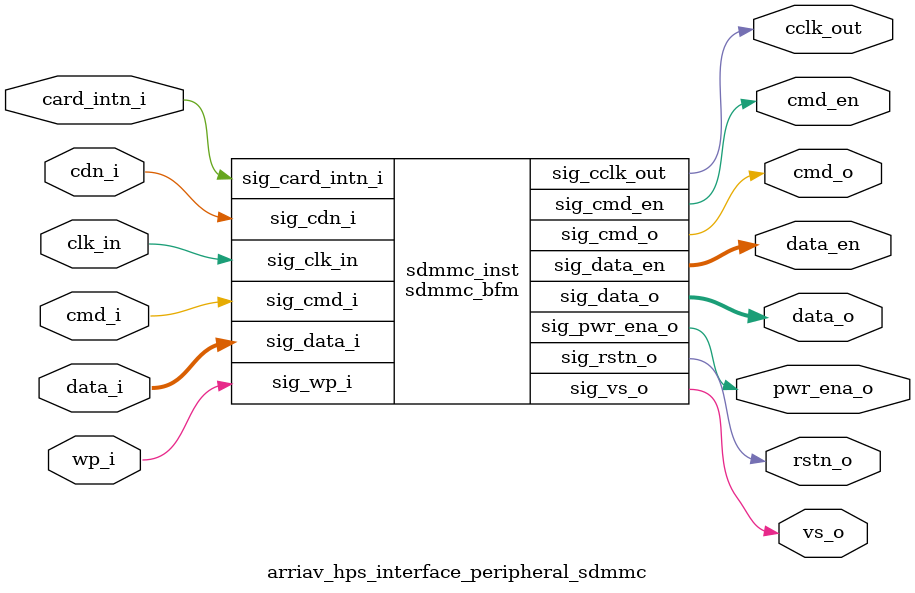
<source format=sv>


module sdmmc_bfm
(
   sig_cmd_i,
   sig_wp_i,
   sig_cdn_i,
   sig_card_intn_i,
   sig_data_i,
   sig_clk_in,
   sig_cclk_out,
   sig_vs_o,
   sig_pwr_ena_o,
   sig_cmd_o,
   sig_cmd_en,
   sig_data_o,
   sig_data_en,
   sig_rstn_o
);

   //--------------------------------------------------------------------------
   // =head1 PINS 
   // =head2 User defined interface
   //--------------------------------------------------------------------------
   input sig_cmd_i;
   input sig_wp_i;
   input sig_cdn_i;
   input sig_card_intn_i;
   input [7 : 0] sig_data_i;
   input sig_clk_in;
   output sig_cclk_out;
   output sig_vs_o;
   output sig_pwr_ena_o;
   output sig_cmd_o;
   output sig_cmd_en;
   output [7 : 0] sig_data_o;
   output [7 : 0] sig_data_en;
   output sig_rstn_o;

   // synthesis translate_off
   import verbosity_pkg::*;
   
   typedef logic ROLE_cmd_i_t;
   typedef logic ROLE_wp_i_t;
   typedef logic ROLE_cdn_i_t;
   typedef logic ROLE_card_intn_i_t;
   typedef logic [7 : 0] ROLE_data_i_t;
   typedef logic ROLE_clk_in_t;
   typedef logic ROLE_cclk_out_t;
   typedef logic ROLE_vs_o_t;
   typedef logic ROLE_pwr_ena_o_t;
   typedef logic ROLE_cmd_o_t;
   typedef logic ROLE_cmd_en_t;
   typedef logic [7 : 0] ROLE_data_o_t;
   typedef logic [7 : 0] ROLE_data_en_t;
   typedef logic ROLE_rstn_o_t;

   logic [0 : 0] cmd_i_in;
   logic [0 : 0] cmd_i_local;
   logic [0 : 0] wp_i_in;
   logic [0 : 0] wp_i_local;
   logic [0 : 0] cdn_i_in;
   logic [0 : 0] cdn_i_local;
   logic [0 : 0] card_intn_i_in;
   logic [0 : 0] card_intn_i_local;
   logic [7 : 0] data_i_in;
   logic [7 : 0] data_i_local;
   logic [0 : 0] clk_in_in;
   logic [0 : 0] clk_in_local;
   reg cclk_out_temp;
   reg cclk_out_out;
   reg vs_o_temp;
   reg vs_o_out;
   reg pwr_ena_o_temp;
   reg pwr_ena_o_out;
   reg cmd_o_temp;
   reg cmd_o_out;
   reg cmd_en_temp;
   reg cmd_en_out;
   reg [7 : 0] data_o_temp;
   reg [7 : 0] data_o_out;
   reg [7 : 0] data_en_temp;
   reg [7 : 0] data_en_out;
   reg rstn_o_temp;
   reg rstn_o_out;

   //--------------------------------------------------------------------------
   // =head1 Public Methods API
   // =pod
   // This section describes the public methods in the application programming
   // interface (API). The application program interface provides methods for 
   // a testbench which instantiates, controls and queries state in this BFM 
   // component. Test programs must only use these public access methods and 
   // events to communicate with this BFM component. The API and module pins
   // are the only interfaces of this component that are guaranteed to be
   // stable. The API will be maintained for the life of the product. 
   // While we cannot prevent a test program from directly accessing internal
   // tasks, functions, or data private to the BFM, there is no guarantee that
   // these will be present in the future. In fact, it is best for the user
   // to assume that the underlying implementation of this component can 
   // and will change.
   // =cut
   //--------------------------------------------------------------------------
   
   event signal_input_cmd_i_change;
   event signal_input_wp_i_change;
   event signal_input_cdn_i_change;
   event signal_input_card_intn_i_change;
   event signal_input_data_i_change;
   event signal_input_clk_in_change;
   
   function automatic string get_version();  // public
      // Return BFM version string. For example, version 9.1 sp1 is "9.1sp1" 
      string ret_version = "12.1";
      return ret_version;
   endfunction

   // -------------------------------------------------------
   // cmd_i
   // -------------------------------------------------------
   function automatic ROLE_cmd_i_t get_cmd_i();
   
      // Gets the cmd_i input value.
      $sformat(message, "%m: called get_cmd_i");
      print(VERBOSITY_DEBUG, message);
      return cmd_i_in;
      
   endfunction

   // -------------------------------------------------------
   // wp_i
   // -------------------------------------------------------
   function automatic ROLE_wp_i_t get_wp_i();
   
      // Gets the wp_i input value.
      $sformat(message, "%m: called get_wp_i");
      print(VERBOSITY_DEBUG, message);
      return wp_i_in;
      
   endfunction

   // -------------------------------------------------------
   // cdn_i
   // -------------------------------------------------------
   function automatic ROLE_cdn_i_t get_cdn_i();
   
      // Gets the cdn_i input value.
      $sformat(message, "%m: called get_cdn_i");
      print(VERBOSITY_DEBUG, message);
      return cdn_i_in;
      
   endfunction

   // -------------------------------------------------------
   // card_intn_i
   // -------------------------------------------------------
   function automatic ROLE_card_intn_i_t get_card_intn_i();
   
      // Gets the card_intn_i input value.
      $sformat(message, "%m: called get_card_intn_i");
      print(VERBOSITY_DEBUG, message);
      return card_intn_i_in;
      
   endfunction

   // -------------------------------------------------------
   // data_i
   // -------------------------------------------------------
   function automatic ROLE_data_i_t get_data_i();
   
      // Gets the data_i input value.
      $sformat(message, "%m: called get_data_i");
      print(VERBOSITY_DEBUG, message);
      return data_i_in;
      
   endfunction

   // -------------------------------------------------------
   // clk_in
   // -------------------------------------------------------
   function automatic ROLE_clk_in_t get_clk_in();
   
      // Gets the clk_in input value.
      $sformat(message, "%m: called get_clk_in");
      print(VERBOSITY_DEBUG, message);
      return clk_in_in;
      
   endfunction

   // -------------------------------------------------------
   // cclk_out
   // -------------------------------------------------------

   function automatic void set_cclk_out (
      ROLE_cclk_out_t new_value
   );
      // Drive the new value to cclk_out.
      
      $sformat(message, "%m: method called arg0 %0d", new_value); 
      print(VERBOSITY_DEBUG, message);
      
      cclk_out_temp = new_value;
   endfunction

   // -------------------------------------------------------
   // vs_o
   // -------------------------------------------------------

   function automatic void set_vs_o (
      ROLE_vs_o_t new_value
   );
      // Drive the new value to vs_o.
      
      $sformat(message, "%m: method called arg0 %0d", new_value); 
      print(VERBOSITY_DEBUG, message);
      
      vs_o_temp = new_value;
   endfunction

   // -------------------------------------------------------
   // pwr_ena_o
   // -------------------------------------------------------

   function automatic void set_pwr_ena_o (
      ROLE_pwr_ena_o_t new_value
   );
      // Drive the new value to pwr_ena_o.
      
      $sformat(message, "%m: method called arg0 %0d", new_value); 
      print(VERBOSITY_DEBUG, message);
      
      pwr_ena_o_temp = new_value;
   endfunction

   // -------------------------------------------------------
   // cmd_o
   // -------------------------------------------------------

   function automatic void set_cmd_o (
      ROLE_cmd_o_t new_value
   );
      // Drive the new value to cmd_o.
      
      $sformat(message, "%m: method called arg0 %0d", new_value); 
      print(VERBOSITY_DEBUG, message);
      
      cmd_o_temp = new_value;
   endfunction

   // -------------------------------------------------------
   // cmd_en
   // -------------------------------------------------------

   function automatic void set_cmd_en (
      ROLE_cmd_en_t new_value
   );
      // Drive the new value to cmd_en.
      
      $sformat(message, "%m: method called arg0 %0d", new_value); 
      print(VERBOSITY_DEBUG, message);
      
      cmd_en_temp = new_value;
   endfunction

   // -------------------------------------------------------
   // data_o
   // -------------------------------------------------------

   function automatic void set_data_o (
      ROLE_data_o_t new_value
   );
      // Drive the new value to data_o.
      
      $sformat(message, "%m: method called arg0 %0d", new_value); 
      print(VERBOSITY_DEBUG, message);
      
      data_o_temp = new_value;
   endfunction

   // -------------------------------------------------------
   // data_en
   // -------------------------------------------------------

   function automatic void set_data_en (
      ROLE_data_en_t new_value
   );
      // Drive the new value to data_en.
      
      $sformat(message, "%m: method called arg0 %0d", new_value); 
      print(VERBOSITY_DEBUG, message);
      
      data_en_temp = new_value;
   endfunction

   // -------------------------------------------------------
   // rstn_o
   // -------------------------------------------------------

   function automatic void set_rstn_o (
      ROLE_rstn_o_t new_value
   );
      // Drive the new value to rstn_o.
      
      $sformat(message, "%m: method called arg0 %0d", new_value); 
      print(VERBOSITY_DEBUG, message);
      
      rstn_o_temp = new_value;
   endfunction

   assign cmd_i_in = sig_cmd_i;
   assign wp_i_in = sig_wp_i;
   assign cdn_i_in = sig_cdn_i;
   assign card_intn_i_in = sig_card_intn_i;
   assign data_i_in = sig_data_i;
   assign clk_in_in = sig_clk_in;
   assign sig_cclk_out = cclk_out_temp;
   assign sig_vs_o = vs_o_temp;
   assign sig_pwr_ena_o = pwr_ena_o_temp;
   assign sig_cmd_o = cmd_o_temp;
   assign sig_cmd_en = cmd_en_temp;
   assign sig_data_o = data_o_temp;
   assign sig_data_en = data_en_temp;
   assign sig_rstn_o = rstn_o_temp;


   always @(cmd_i_in) begin
      if (cmd_i_local != cmd_i_in)
         -> signal_input_cmd_i_change;
      cmd_i_local = cmd_i_in;
   end
   
   always @(wp_i_in) begin
      if (wp_i_local != wp_i_in)
         -> signal_input_wp_i_change;
      wp_i_local = wp_i_in;
   end
   
   always @(cdn_i_in) begin
      if (cdn_i_local != cdn_i_in)
         -> signal_input_cdn_i_change;
      cdn_i_local = cdn_i_in;
   end
   
   always @(card_intn_i_in) begin
      if (card_intn_i_local != card_intn_i_in)
         -> signal_input_card_intn_i_change;
      card_intn_i_local = card_intn_i_in;
   end
   
   always @(data_i_in) begin
      if (data_i_local != data_i_in)
         -> signal_input_data_i_change;
      data_i_local = data_i_in;
   end
   
   always @(clk_in_in) begin
      if (clk_in_local != clk_in_in)
         -> signal_input_clk_in_change;
      clk_in_local = clk_in_in;
   end
   


// synthesis translate_on

endmodule

module cyclonev_hps_interface_peripheral_sdmmc (
   input  wire       cmd_i,
   input  wire       wp_i,
   input  wire       cdn_i,
   input  wire       card_intn_i,
   input  wire [7:0] data_i,
   input  wire       clk_in,
   output wire       cclk_out,
   output wire       vs_o,
   output wire       pwr_ena_o,
   output wire       cmd_o,
   output wire       cmd_en,
   output wire [7:0] data_o,
   output wire [7:0] data_en,
   output wire       rstn_o
);

   sdmmc_bfm sdmmc_inst (
      .sig_cmd_i(cmd_i),
      .sig_wp_i(wp_i),
      .sig_cdn_i(cdn_i),
      .sig_card_intn_i(card_intn_i),
      .sig_data_i(data_i),
      .sig_clk_in(clk_in),
      .sig_cclk_out(cclk_out),
      .sig_vs_o(vs_o),
      .sig_pwr_ena_o(pwr_ena_o),
      .sig_cmd_o(cmd_o),
      .sig_cmd_en(cmd_en),
      .sig_data_o(data_o),
      .sig_data_en(data_en),
      .sig_rstn_o(rstn_o)
   );

endmodule 

module arriav_hps_interface_peripheral_sdmmc (
   input  wire       cmd_i,
   input  wire       wp_i,
   input  wire       cdn_i,
   input  wire       card_intn_i,
   input  wire [7:0] data_i,
   input  wire       clk_in,
   output wire       cclk_out,
   output wire       vs_o,
   output wire       pwr_ena_o,
   output wire       cmd_o,
   output wire       cmd_en,
   output wire [7:0] data_o,
   output wire [7:0] data_en,
   output wire       rstn_o
);

   sdmmc_bfm sdmmc_inst (
      .sig_cmd_i(cmd_i),
      .sig_wp_i(wp_i),
      .sig_cdn_i(cdn_i),
      .sig_card_intn_i(card_intn_i),
      .sig_data_i(data_i),
      .sig_clk_in(clk_in),
      .sig_cclk_out(cclk_out),
      .sig_vs_o(vs_o),
      .sig_pwr_ena_o(pwr_ena_o),
      .sig_cmd_o(cmd_o),
      .sig_cmd_en(cmd_en),
      .sig_data_o(data_o),
      .sig_data_en(data_en),
      .sig_rstn_o(rstn_o)
   );

endmodule 
</source>
